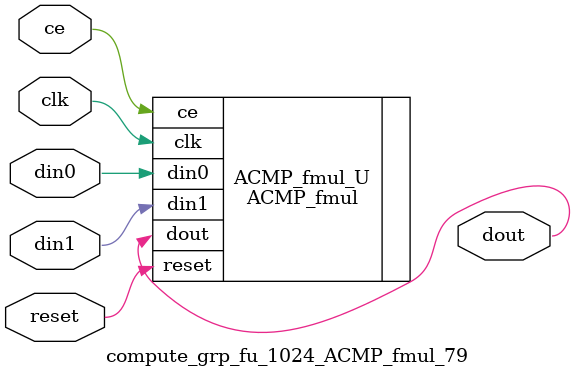
<source format=v>

`timescale 1 ns / 1 ps
module compute_grp_fu_1024_ACMP_fmul_79(
    clk,
    reset,
    ce,
    din0,
    din1,
    dout);

parameter ID = 32'd1;
parameter NUM_STAGE = 32'd1;
parameter din0_WIDTH = 32'd1;
parameter din1_WIDTH = 32'd1;
parameter dout_WIDTH = 32'd1;
input clk;
input reset;
input ce;
input[din0_WIDTH - 1:0] din0;
input[din1_WIDTH - 1:0] din1;
output[dout_WIDTH - 1:0] dout;



ACMP_fmul #(
.ID( ID ),
.NUM_STAGE( 4 ),
.din0_WIDTH( din0_WIDTH ),
.din1_WIDTH( din1_WIDTH ),
.dout_WIDTH( dout_WIDTH ))
ACMP_fmul_U(
    .clk( clk ),
    .reset( reset ),
    .ce( ce ),
    .din0( din0 ),
    .din1( din1 ),
    .dout( dout ));

endmodule

</source>
